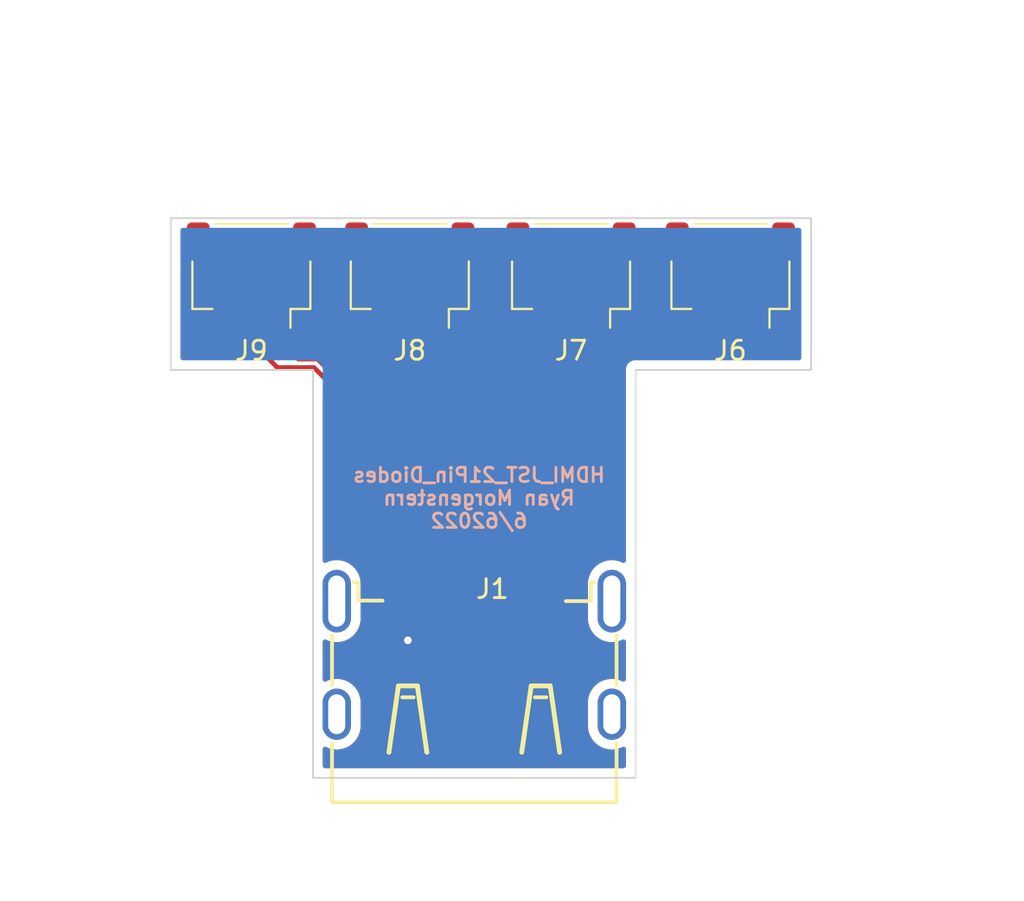
<source format=kicad_pcb>
(kicad_pcb (version 20211014) (generator pcbnew)
  (layers (0 "F.Cu" signal) (31 "B.Cu" signal) (34 "B.Paste" user) (35 "F.Paste" user) (36 "B.SilkS" user "B.Silkscreen") (37 "F.SilkS" user "F.Silkscreen") (38 "B.Mask" user) (39 "F.Mask" user) (44 "Edge.Cuts" user))
  (net 0 "")
  (net 1 "Net-(J6-Pad2)")
  (net 2 "GND")
  (net 3 "Net-(J6-Pad3)")
  (net 4 "Net-(J1-Pad4)")
  (net 5 "Net-(J1-Pad6)")
  (net 6 "Net-(J1-Pad7)")
  (net 7 "Net-(J1-Pad9)")
  (net 8 "Net-(J1-Pad10)")
  (net 9 "Net-(J1-Pad12)")
  (footprint "Connector_JST:JST_SH_SM04B-SRSS-TB_1x04-1MP_P1.00mm_Horizontal" (layer "F.Cu") (at -11.75 -19.75 180)
    (fp_text reference "J9" (at 0 -3.98) (layer "F.SilkS"))
    (fp_text value "Conn_01x04")
    (fp_line (start -3.11 0.715) (end -3.11 -1.785) (layer "F.SilkS") (width 0.12))
    (fp_line (start -3.11 -1.785) (end -2.06 -1.785) (layer "F.SilkS") (width 0.12))
    (fp_line (start -2.06 -1.785) (end -2.06 -2.775) (layer "F.SilkS") (width 0.12))
    (fp_line (start -1.94 2.685) (end 1.94 2.685) (layer "F.SilkS") (width 0.12))
    (fp_line (start 3.11 0.715) (end 3.11 -1.785) (layer "F.SilkS") (width 0.12))
    (fp_line (start 3.11 -1.785) (end 2.06 -1.785) (layer "F.SilkS") (width 0.12))
    (pad "1" smd roundrect (at -1.5 -2 180) (size 0.6 1.55) (layers "F.Cu" "F.Paste" "F.Mask"))
    (pad "2" smd roundrect (at -0.5 -2 180) (size 0.6 1.55) (layers "F.Cu" "F.Paste" "F.Mask") (net 8 "Net-(J1-Pad10)"))
    (pad "3" smd roundrect (at 0.5 -2 180) (size 0.6 1.55) (layers "F.Cu" "F.Paste" "F.Mask") (net 9 "Net-(J1-Pad12)"))
    (pad "4" smd roundrect (at 1.5 -2 180) (size 0.6 1.55) (layers "F.Cu" "F.Paste" "F.Mask"))
    (pad "MP" smd roundrect (at 2.8 1.875 180) (size 1.2 1.8) (layers "F.Cu" "F.Paste" "F.Mask") (roundrect_rratio 0.2083333333))
    (pad "MP" smd roundrect (at -2.8 1.875 180) (size 1.2 1.8) (layers "F.Cu" "F.Paste" "F.Mask") (roundrect_rratio 0.2083333333))
  )
  (footprint "Connector_JST:JST_SH_SM04B-SRSS-TB_1x04-1MP_P1.00mm_Horizontal" (layer "F.Cu") (at -3.4 -19.75 180)
    (fp_text reference "J8" (at 0 -3.98) (layer "F.SilkS"))
    (fp_text value "Conn_01x04")
    (fp_line (start 3.11 0.715) (end 3.11 -1.785) (layer "F.SilkS") (width 0.12))
    (fp_line (start -3.11 0.715) (end -3.11 -1.785) (layer "F.SilkS") (width 0.12))
    (fp_line (start -2.06 -1.785) (end -2.06 -2.775) (layer "F.SilkS") (width 0.12))
    (fp_line (start -3.11 -1.785) (end -2.06 -1.785) (layer "F.SilkS") (width 0.12))
    (fp_line (start 3.11 -1.785) (end 2.06 -1.785) (layer "F.SilkS") (width 0.12))
    (fp_line (start -1.94 2.685) (end 1.94 2.685) (layer "F.SilkS") (width 0.12))
    (pad "1" smd roundrect (at -1.5 -2 180) (size 0.6 1.55) (layers "F.Cu" "F.Paste" "F.Mask"))
    (pad "2" smd roundrect (at -0.5 -2 180) (size 0.6 1.55) (layers "F.Cu" "F.Paste" "F.Mask") (net 6 "Net-(J1-Pad7)"))
    (pad "3" smd roundrect (at 0.5 -2 180) (size 0.6 1.55) (layers "F.Cu" "F.Paste" "F.Mask") (net 7 "Net-(J1-Pad9)"))
    (pad "4" smd roundrect (at 1.5 -2 180) (size 0.6 1.55) (layers "F.Cu" "F.Paste" "F.Mask"))
    (pad "MP" smd roundrect (at 2.8 1.875 180) (size 1.2 1.8) (layers "F.Cu" "F.Paste" "F.Mask") (roundrect_rratio 0.2083333333))
    (pad "MP" smd roundrect (at -2.8 1.875 180) (size 1.2 1.8) (layers "F.Cu" "F.Paste" "F.Mask") (roundrect_rratio 0.2083333333))
  )
  (footprint "Connector_JST:JST_SH_SM04B-SRSS-TB_1x04-1MP_P1.00mm_Horizontal" (layer "F.Cu") (at 5.1 -19.75 180)
    (fp_text reference "J7" (at 0 -3.98) (layer "F.SilkS"))
    (fp_text value "Conn_01x04")
    (fp_line (start -1.94 2.685) (end 1.94 2.685) (layer "F.SilkS") (width 0.12))
    (fp_line (start -3.11 0.715) (end -3.11 -1.785) (layer "F.SilkS") (width 0.12))
    (fp_line (start 3.11 0.715) (end 3.11 -1.785) (layer "F.SilkS") (width 0.12))
    (fp_line (start -2.06 -1.785) (end -2.06 -2.775) (layer "F.SilkS") (width 0.12))
    (fp_line (start 3.11 -1.785) (end 2.06 -1.785) (layer "F.SilkS") (width 0.12))
    (fp_line (start -3.11 -1.785) (end -2.06 -1.785) (layer "F.SilkS") (width 0.12))
    (pad "1" smd roundrect (at -1.5 -2 180) (size 0.6 1.55) (layers "F.Cu" "F.Paste" "F.Mask"))
    (pad "2" smd roundrect (at -0.5 -2 180) (size 0.6 1.55) (layers "F.Cu" "F.Paste" "F.Mask") (net 4 "Net-(J1-Pad4)"))
    (pad "3" smd roundrect (at 0.5 -2 180) (size 0.6 1.55) (layers "F.Cu" "F.Paste" "F.Mask") (net 5 "Net-(J1-Pad6)"))
    (pad "4" smd roundrect (at 1.5 -2 180) (size 0.6 1.55) (layers "F.Cu" "F.Paste" "F.Mask"))
    (pad "MP" smd roundrect (at 2.8 1.875 180) (size 1.2 1.8) (layers "F.Cu" "F.Paste" "F.Mask") (roundrect_rratio 0.2083333333))
    (pad "MP" smd roundrect (at -2.8 1.875 180) (size 1.2 1.8) (layers "F.Cu" "F.Paste" "F.Mask") (roundrect_rratio 0.2083333333))
  )
  (footprint "0_21Pin_FootprintLib:HDMI-SMD_HDMI-019S" (layer "F.Cu") (at 0 0)
    (fp_text reference "J1" (at 0 -3.207) (layer "F.SilkS") (effects (justify left)))
    (fp_text value "HDMI_A")
    (fp_line (start 4 1.904) (end 4.5 5.404) (layer "F.SilkS") (width 0.254))
    (fp_line (start 6.145 -2.575) (end 6.145 -3.563) (layer "F.SilkS") (width 0.2))
    (fp_line (start 6.352 -3.563) (end 6.352 -3.556) (layer "F.SilkS") (width 0.2))
    (fp_line (start -6.107 -3.545) (end -6.12 -3.545) (layer "F.SilkS") (width 0.2))
    (fp_line (start 7.5 1.876) (end 7.5 -0.743) (layer "F.SilkS") (width 0.2))
    (fp_line (start -6.35 -3.557) (end -6.107 -3.557) (layer "F.SilkS") (width 0.2))
    (fp_line (start 4.83 -2.565) (end 6.08 -2.565) (layer "F.SilkS") (width 0.2))
    (fp_line (start -3.2 2.504) (end -3.8 2.504) (layer "F.SilkS") (width 0.2))
    (fp_line (start 6.08 -2.565) (end 6.08 -2.575) (layer "F.SilkS") (width 0.2))
    (fp_line (start -7.5 1.875) (end -7.5 -0.743) (layer "F.SilkS") (width 0.2))
    (fp_line (start -6.107 -3.557) (end -6.107 -3.545) (layer "F.SilkS") (width 0.2))
    (fp_line (start -6.12 -2.592) (end -4.837 -2.592) (layer "F.SilkS") (width 0.2))
    (fp_line (start 7.5 8.036) (end 7.5 4.917) (layer "F.SilkS") (width 0.2))
    (fp_line (start 6.145 -3.563) (end 6.352 -3.563) (layer "F.SilkS") (width 0.2))
    (fp_line (start 3.2 2.504) (end 3.8 2.504) (layer "F.SilkS") (width 0.2))
    (fp_line (start -3 1.904) (end -4 1.904) (layer "F.SilkS") (width 0.254))
    (fp_line (start -6.12 -3.545) (end -6.12 -2.592) (layer "F.SilkS") (width 0.2))
    (fp_line (start 2.5 5.404) (end 3 1.904) (layer "F.SilkS") (width 0.254))
    (fp_line (start -7.5 8.036) (end -7.5 4.917) (layer "F.SilkS") (width 0.2))
    (fp_line (start 6.08 -2.575) (end 6.145 -2.575) (layer "F.SilkS") (width 0.2))
    (fp_line (start -2.5 5.404) (end -3 1.904) (layer "F.SilkS") (width 0.254))
    (fp_line (start -7.5 8.036) (end 7.5 8.036) (layer "F.SilkS") (width 0.2))
    (fp_line (start 3 1.904) (end 4 1.904) (layer "F.SilkS") (width 0.254))
    (fp_line (start -4 1.904) (end -4.5 5.404) (layer "F.SilkS") (width 0.254))
    (pad "1" smd oval (at 4.501 -3.396) (size 0.25 2.4) (layers "F.Cu" "F.Paste" "F.Mask") (net 1 "Net-(J6-Pad2)"))
    (pad "2" smd oval (at 4.001 -3.396) (size 0.25 2.4) (layers "F.Cu" "F.Paste" "F.Mask") (net 2 "GND"))
    (pad "3" smd oval (at 3.501 -3.396) (size 0.25 2.4) (layers "F.Cu" "F.Paste" "F.Mask") (net 3 "Net-(J6-Pad3)"))
    (pad "4" smd oval (at 3.001 -3.396) (size 0.25 2.4) (layers "F.Cu" "F.Paste" "F.Mask") (net 4 "Net-(J1-Pad4)"))
    (pad "5" smd oval (at 2.5 -3.396) (size 0.25 2.4) (layers "F.Cu" "F.Paste" "F.Mask") (net 2 "GND"))
    (pad "6" smd oval (at 2 -3.396) (size 0.25 2.4) (layers "F.Cu" "F.Paste" "F.Mask") (net 5 "Net-(J1-Pad6)"))
    (pad "7" smd oval (at 1.5 -3.396) (size 0.25 2.4) (layers "F.Cu" "F.Paste" "F.Mask") (net 6 "Net-(J1-Pad7)"))
    (pad "8" smd oval (at 1 -3.396) (size 0.25 2.4) (layers "F.Cu" "F.Paste" "F.Mask") (net 2 "GND"))
    (pad "9" smd oval (at 0.5 -3.396) (size 0.25 2.4) (layers "F.Cu" "F.Paste" "F.Mask") (net 7 "Net-(J1-Pad9)"))
    (pad "10" smd oval (at 0 -3.396) (size 0.25 2.4) (layers "F.Cu" "F.Paste" "F.Mask") (net 8 "Net-(J1-Pad10)"))
    (pad "11" smd oval (at -0.5 -3.396) (size 0.25 2.4) (layers "F.Cu" "F.Paste" "F.Mask") (net 2 "GND"))
    (pad "12" smd oval (at -1 -3.396) (size 0.25 2.4) (layers "F.Cu" "F.Paste" "F.Mask") (net 9 "Net-(J1-Pad12)"))
    (pad "13" smd oval (at -1.5 -3.396) (size 0.25 2.4) (layers "F.Cu" "F.Paste" "F.Mask"))
    (pad "14" smd oval (at -2 -3.396) (size 0.25 2.4) (layers "F.Cu" "F.Paste" "F.Mask"))
    (pad "15" smd oval (at -2.5 -3.396) (size 0.25 2.4) (layers "F.Cu" "F.Paste" "F.Mask"))
    (pad "16" smd oval (at -3.001 -3.396) (size 0.25 2.4) (layers "F.Cu" "F.Paste" "F.Mask"))
    (pad "17" smd oval (at -3.501 -3.396) (size 0.25 2.4) (layers "F.Cu" "F.Paste" "F.Mask") (net 2 "GND"))
    (pad "18" smd oval (at -4.001 -3.396) (size 0.25 2.4) (layers "F.Cu" "F.Paste" "F.Mask"))
    (pad "19" smd oval (at -4.501 -3.396) (size 0.25 2.4) (layers "F.Cu" "F.Paste" "F.Mask"))
    (pad "20" thru_hole oval (at 7.25 3.396) (size 1.5 2.7) (drill oval 0.9 2.1) (layers *.Cu *.Mask))
    (pad "21" thru_hole oval (at -7.25 3.396) (size 1.5 2.7) (drill oval 0.9 2.1) (layers *.Cu *.Mask))
    (pad "22" thru_hole oval (at 7.25 -2.564) (size 1.5 3.3) (drill oval 0.9 2.7) (layers *.Cu *.Mask))
    (pad "23" thru_hole oval (at -7.25 -2.564) (size 1.5 3.3) (drill oval 0.9 2.7) (layers *.Cu *.Mask))
  )
  (footprint "Connector_JST:JST_SH_SM04B-SRSS-TB_1x04-1MP_P1.00mm_Horizontal" (layer "F.Cu") (at 13.5 -19.75 180)
    (fp_text reference "J6" (at 0 -3.98) (layer "F.SilkS"))
    (fp_text value "Conn_01x04")
    (fp_line (start 3.11 0.715) (end 3.11 -1.785) (layer "F.SilkS") (width 0.12))
    (fp_line (start -2.06 -1.785) (end -2.06 -2.775) (layer "F.SilkS") (width 0.12))
    (fp_line (start -3.11 -1.785) (end -2.06 -1.785) (layer "F.SilkS") (width 0.12))
    (fp_line (start 3.11 -1.785) (end 2.06 -1.785) (layer "F.SilkS") (width 0.12))
    (fp_line (start -1.94 2.685) (end 1.94 2.685) (layer "F.SilkS") (width 0.12))
    (fp_line (start -3.11 0.715) (end -3.11 -1.785) (layer "F.SilkS") (width 0.12))
    (pad "1" smd roundrect (at -1.5 -2 180) (size 0.6 1.55) (layers "F.Cu" "F.Paste" "F.Mask"))
    (pad "2" smd roundrect (at -0.5 -2 180) (size 0.6 1.55) (layers "F.Cu" "F.Paste" "F.Mask") (net 1 "Net-(J6-Pad2)"))
    (pad "3" smd roundrect (at 0.5 -2 180) (size 0.6 1.55) (layers "F.Cu" "F.Paste" "F.Mask") (net 3 "Net-(J6-Pad3)"))
    (pad "4" smd roundrect (at 1.5 -2 180) (size 0.6 1.55) (layers "F.Cu" "F.Paste" "F.Mask"))
    (pad "MP" smd roundrect (at 2.8 1.875 180) (size 1.2 1.8) (layers "F.Cu" "F.Paste" "F.Mask") (roundrect_rratio 0.2083333333))
    (pad "MP" smd roundrect (at -2.8 1.875 180) (size 1.2 1.8) (layers "F.Cu" "F.Paste" "F.Mask") (roundrect_rratio 0.2083333333))
  )
  (gr_line (start -15.5 -22.75) (end 17.75 -22.75) (layer "Edge.Cuts") (width 0.1))
  (gr_line (start -8.5 -4.75) (end -8.5 6.75) (layer "Edge.Cuts") (width 0.1))
  (gr_line (start 17.75 -22.75) (end 17.75 -14.75) (layer "Edge.Cuts") (width 0.1))
  (gr_line (start 8.5 -4.75) (end 8.5 -14.75) (layer "Edge.Cuts") (width 0.1))
  (gr_line (start -8.5 -4.75) (end -8.5 -14.75) (layer "Edge.Cuts") (width 0.1))
  (gr_line (start 8.5 6.75) (end -8.5 6.75) (layer "Edge.Cuts") (width 0.1))
  (gr_line (start -8.5 -14.75) (end -16 -14.75) (layer "Edge.Cuts") (width 0.1))
  (gr_line (start -16 -22.75) (end -16 -14.75) (layer "Edge.Cuts") (width 0.1))
  (gr_line (start 8.5 -4.75) (end 8.5 6.75) (layer "Edge.Cuts") (width 0.1))
  (gr_line (start -15.5 -22.75) (end -16 -22.75) (layer "Edge.Cuts") (width 0.1))
  (gr_line (start 8.5 -14.75) (end 17.75 -14.75) (layer "Edge.Cuts") (width 0.1))
  (gr_text "HDMI_JST_21Pin_Diodes\nRyan Morgenstern\n6/62022" (at 0.25 -8) (layer "B.SilkS") (effects (font (size 0.75 0.75)) (justify mirror)))
  (segment (start 12.303693 -15.607621) (end 5.607621 -15.607621) (width 0.25) (layer "F.Cu") (net 1))
  (segment (start 14 -17.75) (end 14 -17.303928) (width 0.25) (layer "F.Cu") (net 1))
  (segment (start 4.501 -14.501) (end 4.501 -3.396) (width 0.25) (layer "F.Cu") (net 1))
  (segment (start 14 -17.303928) (end 12.303693 -15.607621) (width 0.25) (layer "F.Cu") (net 1))
  (segment (start 5.607621 -15.607621) (end 4.501 -14.501) (width 0.25) (layer "F.Cu") (net 1))
  (segment (start -3.42648 -1.87148) (end -3.42648 -0.57352) (width 0.25) (layer "F.Cu") (net 2))
  (segment (start 1 -2.185283) (end 1 -3.396) (width 0.25) (layer "F.Cu") (net 2))
  (segment (start 4.001 -1.946) (end 3.92648 -1.87148) (width 0.25) (layer "F.Cu") (net 2))
  (segment (start 1 -3.396) (end 1 -1.946) (width 0.25) (layer "F.Cu") (net 2))
  (segment (start 1 -1.946) (end 0.92548 -1.87148) (width 0.25) (layer "F.Cu") (net 2))
  (segment (start 2.42548 -1.87148) (end 1.313803 -1.87148) (width 0.25) (layer "F.Cu") (net 2))
  (segment (start -3.501 -1.946) (end -3.42648 -1.87148) (width 0.25) (layer "F.Cu") (net 2))
  (segment (start 4.001 -3.396) (end 4.001 -1.946) (width 0.25) (layer "F.Cu") (net 2))
  (segment (start 3.92648 -1.87148) (end 2.814803 -1.87148) (width 0.25) (layer "F.Cu") (net 2))
  (segment (start -3.501 -3.396) (end -3.501 -1.946) (width 0.25) (layer "F.Cu") (net 2))
  (segment (start 0.92548 -1.87148) (end -1.12148 -1.87148) (width 0.25) (layer "F.Cu") (net 2))
  (segment (start 2.814803 -1.87148) (end 2.5 -2.186283) (width 0.25) (layer "F.Cu") (net 2))
  (segment (start 2.5 -1.946) (end 2.42548 -1.87148) (width 0.25) (layer "F.Cu") (net 2))
  (segment (start -0.813803 -1.87148) (end -0.5 -2.185283) (width 0.25) (layer "F.Cu") (net 2))
  (segment (start -3.42648 -0.57352) (end -3.5 -0.5) (width 0.25) (layer "F.Cu") (net 2))
  (segment (start 2.5 -2.186283) (end 2.5 -3.396) (width 0.25) (layer "F.Cu") (net 2))
  (segment (start 2.5 -3.396) (end 2.5 -1.946) (width 0.25) (layer "F.Cu") (net 2))
  (segment (start -0.5 -2.185283) (end -0.5 -3.396) (width 0.25) (layer "F.Cu") (net 2))
  (segment (start 1.313803 -1.87148) (end 1 -2.185283) (width 0.25) (layer "F.Cu") (net 2))
  (segment (start -1.12148 -1.87148) (end -0.813803 -1.87148) (width 0.25) (layer "F.Cu") (net 2))
  (segment (start -3.42648 -1.87148) (end -1.12148 -1.87148) (width 0.25) (layer "F.Cu") (net 2))
  (via (at -3.5 -0.5) (size 0.8) (drill 0.4) (layers "F.Cu" "B.Cu") (net 2))
  (segment (start 5.192859 -16.057141) (end 3.501 -14.365282) (width 0.25) (layer "F.Cu") (net 3))
  (segment (start 13 -17.75) (end 13 -17.303928) (width 0.25) (layer "F.Cu") (net 3))
  (segment (start 13 -17.303928) (end 11.753213 -16.057141) (width 0.25) (layer "F.Cu") (net 3))
  (segment (start 3.501 -14.365282) (end 3.501 -3.396) (width 0.25) (layer "F.Cu") (net 3))
  (segment (start 11.753213 -16.057141) (end 5.192859 -16.057141) (width 0.25) (layer "F.Cu") (net 3))
  (segment (start 3.001 -3.396) (end 3.001 -14.501) (width 0.25) (layer "F.Cu") (net 4))
  (segment (start 3.001 -14.501) (end 5.5 -17) (width 0.25) (layer "F.Cu") (net 4))
  (segment (start 2 -14.703928) (end 4.6 -17.303928) (width 0.25) (layer "F.Cu") (net 5))
  (segment (start 2 -3.396) (end 2 -14.703928) (width 0.25) (layer "F.Cu") (net 5))
  (segment (start 4.6 -17.303928) (end 4.6 -17.75) (width 0.25) (layer "F.Cu") (net 5))
  (segment (start 1.5 -6.833957) (end 1.5 -3.396) (width 0.25) (layer "F.Cu") (net 6))
  (segment (start -2.9 -11.233957) (end 1.5 -6.833957) (width 0.25) (layer "F.Cu") (net 6))
  (segment (start -2.9 -17.75) (end -2.9 -11.233957) (width 0.25) (layer "F.Cu") (net 6))
  (segment (start -3.9 -11.598239) (end 0.5 -7.198239) (width 0.25) (layer "F.Cu") (net 7))
  (segment (start 0.5 -7.198239) (end 0.5 -3.396) (width 0.25) (layer "F.Cu") (net 7))
  (segment (start -3.9 -17.75) (end -3.9 -11.598239) (width 0.25) (layer "F.Cu") (net 7))
  (segment (start 0 -7.062521) (end 0 -3.396) (width 0.25) (layer "F.Cu") (net 8))
  (segment (start -11.25 -17.75) (end -11.25 -17.303928) (width 0.25) (layer "F.Cu") (net 8))
  (segment (start -11.25 -17.303928) (end -9.270612 -15.32454) (width 0.25) (layer "F.Cu") (net 8))
  (segment (start -9.270612 -15.32454) (end -8.262019 -15.32454) (width 0.25) (layer "F.Cu") (net 8))
  (segment (start -8.262019 -15.32454) (end 0 -7.062521) (width 0.25) (layer "F.Cu") (net 8))
  (segment (start -12.25 -16.75) (end -10.37502 -14.87502) (width 0.25) (layer "F.Cu") (net 9))
  (segment (start -1 -7.426804) (end -1 -3.396) (width 0.25) (layer "F.Cu") (net 9))
  (segment (start -12.25 -17.75) (end -12.25 -16.75) (width 0.25) (layer "F.Cu") (net 9))
  (segment (start -10.37502 -14.87502) (end -8.448216 -14.87502) (width 0.25) (layer "F.Cu") (net 9))
  (segment (start -8.448216 -14.87502) (end -1 -7.426804) (width 0.25) (layer "F.Cu") (net 9))
  (zone (net 2) (net_name "GND") (layer "F.Cu") (connect_pads (clearance 0.508)) (min_thickness 0.254) (fill yes (thermal_gap 0.508) (thermal_bridge_width 0.508))
    (polygon (pts (xy 29 -33.75) (xy 20.75 12.5) (xy -19 10.5) (xy -25 -32.25)))
  )
  (zone (net 2) (net_name "GND") (layer "B.Cu") (connect_pads (clearance 0.508)) (min_thickness 0.254) (fill yes (thermal_gap 0.508) (thermal_bridge_width 0.508))
    (polygon (pts (xy 27.25 -32.75) (xy 19.25 13.25) (xy -18.75 10.5) (xy -25 -34.25)))
  )
)
</source>
